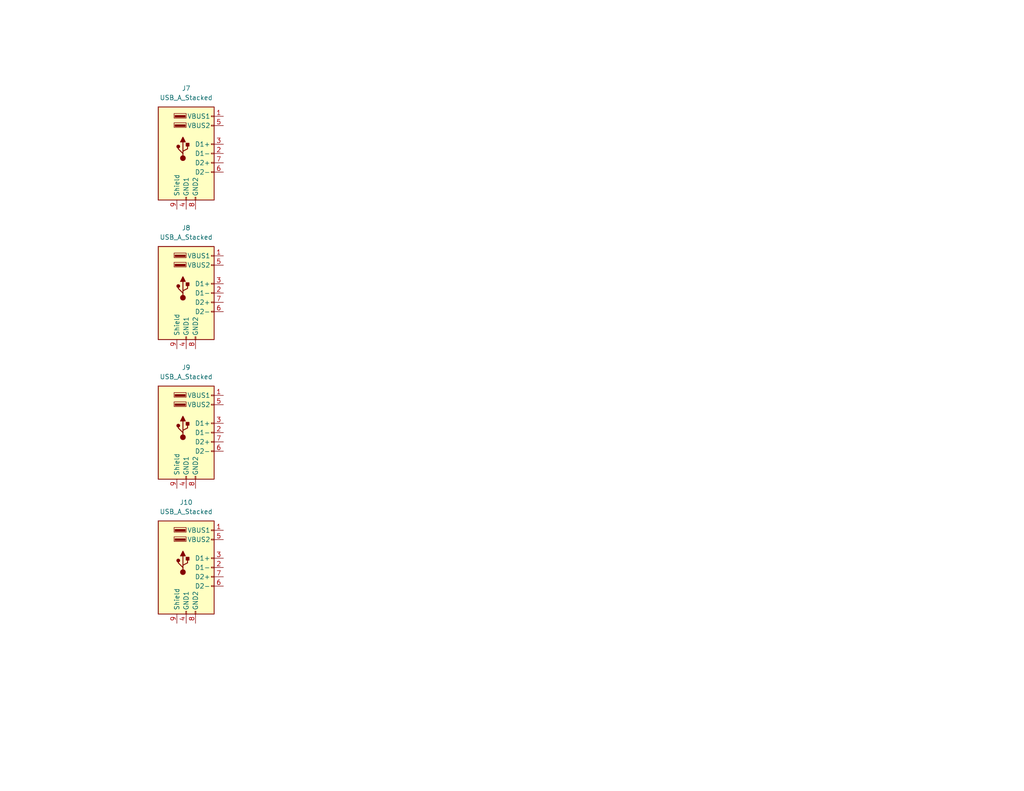
<source format=kicad_sch>
(kicad_sch (version 20250114) (generator "eeschema") (generator_version "9.0")
  (paper "USLetter")
  (lib_symbols
    (symbol "Connector:USB_A_Stacked" (pin_names (offset 1.016))
      (property "Reference" "J" (at 0 15.875 0))
      (property "Value" "USB_A_Stacked" (at 0 13.97 0))
      (symbol "USB_A_Stacked_0_1"
        (rectangle (start -7.62 12.7) (end 7.62 -12.7) (stroke (width 0.254)) (fill (type background)))
        (circle (center -2.159 1.905) (radius 0.381) (stroke (width 0.254)) (fill (type outline)))
        (polyline (pts (xy -1.524 3.175) (xy -0.254 3.175) (xy -0.889 4.445) (xy -1.524 3.175)) (stroke (width 0.254)) (fill (type outline)))
        (polyline (pts (xy -0.889 0) (xy -0.889 0.635) (xy 0.381 1.27) (xy 0.381 2.54)) (stroke (width 0.254)))
        (polyline (pts (xy -0.889 -0.635) (xy -0.889 0) (xy -2.159 1.27) (xy -2.159 1.905)) (stroke (width 0.254)))
        (circle (center -0.889 -1.27) (radius 0.635) (stroke (width 0.254)) (fill (type outline)))
        (rectangle (start -0.254 9.906) (end -3.048 10.414) (fill (type outline)))
        (rectangle (start -0.254 7.366) (end -3.048 7.874) (fill (type outline)))
        (rectangle (start -0.127 -12.7) (end 0.127 -11.938))
        (rectangle (start 0 9.652) (end -3.302 10.922))
        (rectangle (start 0 7.112) (end -3.302 8.382))
        (rectangle (start 0 2.794) (end 0.762 2.032) (stroke (width 0.254)) (fill (type outline)))
        (rectangle (start 2.413 -12.7) (end 2.667 -11.938))
        (rectangle (start 7.62 10.033) (end 6.858 10.287))
        (rectangle (start 7.62 7.493) (end 6.858 7.747))
        (rectangle (start 7.62 2.413) (end 6.858 2.667))
        (rectangle (start 7.62 -0.127) (end 6.858 0.127))
        (rectangle (start 7.62 -2.667) (end 6.858 -2.413))
        (rectangle (start 7.62 -5.207) (end 6.858 -4.953))
      )
      (symbol "USB_A_Stacked_1_1"
        (polyline (pts (xy -0.889 0.635) (xy -0.889 3.175)) (stroke (width 0.254)))
        (pin passive line (at -2.54 -15.24 90) (length 2.54) (name "Shield") (number "9"))
        (pin power_in line (at 0 -15.24 90) (length 2.54) (name "GND1") (number "4"))
        (pin power_in line (at 2.54 -15.24 90) (length 2.54) (name "GND2") (number "8"))
        (pin power_in line (at 10.16 10.16 180) (length 2.54) (name "VBUS1") (number "1"))
        (pin power_in line (at 10.16 7.62 180) (length 2.54) (name "VBUS2") (number "5"))
        (pin bidirectional line (at 10.16 2.54 180) (length 2.54) (name "D1+") (number "3"))
        (pin bidirectional line (at 10.16 0 180) (length 2.54) (name "D1-") (number "2"))
        (pin bidirectional line (at 10.16 -2.54 180) (length 2.54) (name "D2+") (number "7"))
        (pin bidirectional line (at 10.16 -5.08 180) (length 2.54) (name "D2-") (number "6"))
      )
    )
  )
  (symbol (lib_id "Connector:USB_A_Stacked") (at 50.8 41.91 0) (unit 1)
    (property "Reference" "J7" (at 50.8 24.13 0))
    (property "Value" "USB_A_Stacked" (at 50.8 26.67 0))
    (property "Description" "USB Type A connector, stacked" (effects (hide yes)))
  )
  (symbol (lib_id "Connector:USB_A_Stacked") (at 50.8 80.01 0) (unit 1)
    (property "Reference" "J8" (at 50.8 62.23 0))
    (property "Value" "USB_A_Stacked" (at 50.8 64.77 0))
    (property "Description" "USB Type A connector, stacked" (effects (hide yes)))
  )
  (symbol (lib_id "Connector:USB_A_Stacked") (at 50.8 118.11 0) (unit 1)
    (property "Reference" "J9" (at 50.8 100.33 0))
    (property "Value" "USB_A_Stacked" (at 50.8 102.87 0))
    (property "Description" "USB Type A connector, stacked" (effects (hide yes)))
  )
  (symbol (lib_id "Connector:USB_A_Stacked") (at 50.8 154.94 0) (unit 1)
    (property "Reference" "J10" (at 50.8 137.16 0))
    (property "Value" "USB_A_Stacked" (at 50.8 139.7 0))
    (property "Description" "USB Type A connector, stacked" (effects (hide yes)))
  )
)
</source>
